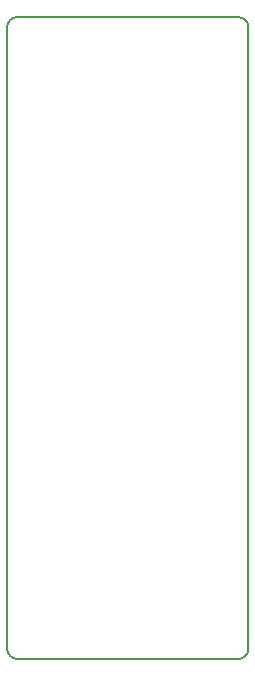
<source format=gm1>
G04 #@! TF.GenerationSoftware,KiCad,Pcbnew,(5.0.0)*
G04 #@! TF.CreationDate,2018-08-22T23:15:02+02:00*
G04 #@! TF.ProjectId,SAML_BreakoutBoard,53414D4C5F427265616B6F7574426F61,rev?*
G04 #@! TF.SameCoordinates,Original*
G04 #@! TF.FileFunction,Profile,NP*
%FSLAX46Y46*%
G04 Gerber Fmt 4.6, Leading zero omitted, Abs format (unit mm)*
G04 Created by KiCad (PCBNEW (5.0.0)) date 08/22/18 23:15:02*
%MOMM*%
%LPD*%
G01*
G04 APERTURE LIST*
%ADD10C,0.150000*%
G04 APERTURE END LIST*
D10*
X133223000Y-138049000D02*
G75*
G02X132334000Y-138938000I-889000J0D01*
G01*
X113665000Y-138938000D02*
G75*
G02X112776000Y-138049000I0J889000D01*
G01*
X112776000Y-85471000D02*
G75*
G02X113665000Y-84582000I889000J0D01*
G01*
X132334000Y-84582000D02*
G75*
G02X133223000Y-85471000I0J-889000D01*
G01*
X112776000Y-138049000D02*
X112776000Y-85471000D01*
X132334000Y-138938000D02*
X113665000Y-138938000D01*
X133223000Y-85471000D02*
X133223000Y-138049000D01*
X113665000Y-84582000D02*
X132334000Y-84582000D01*
M02*

</source>
